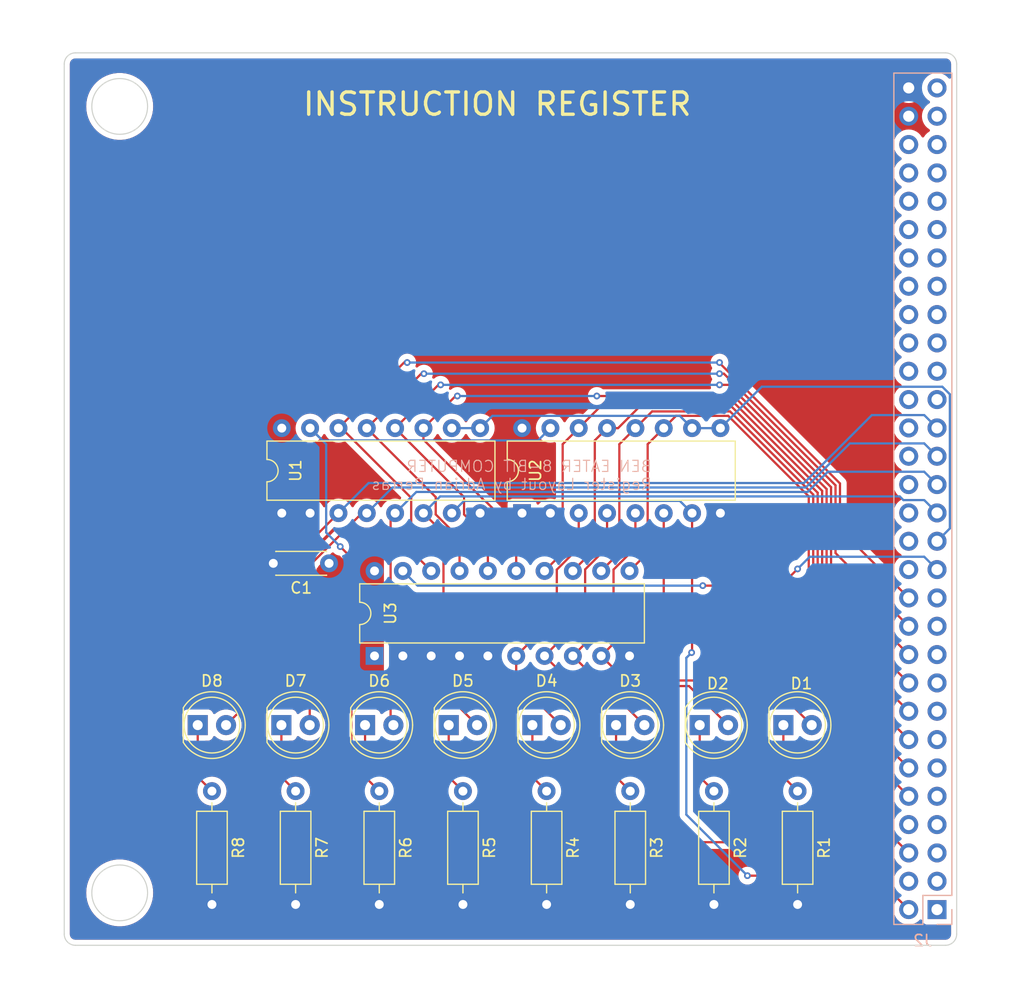
<source format=kicad_pcb>
(kicad_pcb (version 20240108) (generator "pcbnew") (generator_version "8.0")
  (layers (0 "F.Cu" signal) (31 "B.Cu" signal) (34 "B.Paste" user) (35 "F.Paste" user) (36 "B.SilkS" user "B.Silkscreen") (37 "F.SilkS" user "F.Silkscreen") (38 "B.Mask" user) (39 "F.Mask" user) (44 "Edge.Cuts" user))
  (net 0 "")
  (net 1 "GND")
  (net 2 "VCC")
  (net 3 "Net-(D1-K)")
  (net 4 "Net-(D1-A)")
  (net 5 "Net-(D2-A)")
  (net 6 "Net-(D2-K)")
  (net 7 "Net-(D3-K)")
  (net 8 "Net-(D3-A)")
  (net 9 "Net-(D4-A)")
  (net 10 "Net-(D4-K)")
  (net 11 "Net-(D5-K)")
  (net 12 "IR_4")
  (net 13 "IR_5")
  (net 14 "Net-(D6-K)")
  (net 15 "Net-(D7-K)")
  (net 16 "IR_6")
  (net 17 "Net-(D8-K)")
  (net 18 "IR_7")
  (net 19 "BUS_2")
  (net 20 "IO'")
  (net 26 "CLR")
  (net 28 "BUS_1")
  (net 29 "BUS_4")
  (net 30 "CLK")
  (net 38 "BUS_7")
  (net 51 "BUS_0")
  (net 54 "BUS_5")
  (net 57 "BUS_3")
  (net 58 "BUS_6")
  (net 65 "II'")
  (footprint "Resistor_THT:R_Axial_DIN0207_L6.3mm_D2.5mm_P10.16mm_Horizontal" (layer "F.Cu") (at 154 145.92 -90)
    (property "Reference" "R2" (at 5.08 -2.37 90) (layer "F.SilkS"))
    (property "Value" "R_220")
    (fp_line (start 1.81 1.37) (end 8.35 1.37) (stroke (width 0.12)) (layer "F.SilkS"))
    (fp_line (start 8.35 1.37) (end 8.35 -1.37) (stroke (width 0.12)) (layer "F.SilkS"))
    (fp_line (start 1.04 0) (end 1.81 0) (stroke (width 0.12)) (layer "F.SilkS"))
    (fp_line (start 9.12 0) (end 8.35 0) (stroke (width 0.12)) (layer "F.SilkS"))
    (fp_line (start 1.81 -1.37) (end 1.81 1.37) (stroke (width 0.12)) (layer "F.SilkS"))
    (fp_line (start 8.35 -1.37) (end 1.81 -1.37) (stroke (width 0.12)) (layer "F.SilkS"))
    (pad "1" thru_hole circle (at 0 0 270) (size 1.6 1.6) (drill 0.8) (layers "*.Cu" "*.Mask") (net 6 "Net-(D2-K)"))
    (pad "2" thru_hole oval (at 10.16 0 270) (size 1.6 1.6) (drill 0.8) (layers "*.Cu" "*.Mask") (net 1 "GND"))
  )
  (footprint "LED_THT:LED_D5.0mm" (layer "F.Cu") (at 137.725 140)
    (property "Reference" "D4" (at 1.27 -3.96 0) (layer "F.SilkS"))
    (property "Value" "LED_YELLOW")
    (fp_line (start -1.29 -1.545) (end -1.29 1.545) (stroke (width 0.12)) (layer "F.SilkS"))
    (fp_arc (start -1.29 -1.54483) (mid 2.072002 -2.880433) (end 4.26 0.000462) (stroke (width 0.12)) (layer "F.SilkS"))
    (fp_arc (start 4.26 -0.000462) (mid 2.072002 2.880433) (end -1.29 1.54483) (stroke (width 0.12)) (layer "F.SilkS"))
    (fp_circle (center 1.27 0) (end 3.77 0) (stroke (width 0.12)) (fill none) (layer "F.SilkS"))
    (pad "1" thru_hole rect (at 0 0) (size 1.8 1.8) (drill 0.9) (layers "*.Cu" "*.Mask") (net 10 "Net-(D4-K)"))
    (pad "2" thru_hole circle (at 2.54 0) (size 1.8 1.8) (drill 0.9) (layers "*.Cu" "*.Mask") (net 9 "Net-(D4-A)"))
  )
  (footprint "Package_DIP:DIP-16_W7.62mm" (layer "F.Cu") (at 115.26 121 90)
    (property "Reference" "U1" (at 3.81 1.24 90) (layer "F.SilkS"))
    (property "Value" "74LS173")
    (fp_line (start 6.46 -1.33) (end 4.81 -1.33) (stroke (width 0.12)) (layer "F.SilkS"))
    (fp_line (start 2.81 -1.33) (end 1.16 -1.33) (stroke (width 0.12)) (layer "F.SilkS"))
    (fp_line (start 1.16 -1.33) (end 1.16 19.11) (stroke (width 0.12)) (layer "F.SilkS"))
    (fp_line (start 6.46 19.11) (end 6.46 -1.33) (stroke (width 0.12)) (layer "F.SilkS"))
    (fp_line (start 1.16 19.11) (end 6.46 19.11) (stroke (width 0.12)) (layer "F.SilkS"))
    (fp_arc (start 4.81 -1.33) (mid 3.81 -0.33) (end 2.81 -1.33) (stroke (width 0.12)) (layer "F.SilkS"))
    (pad "1" thru_hole rect (at 0 0 90) (size 1.6 1.6) (drill 0.8) (layers "*.Cu" "*.Mask") (net 1 "GND"))
    (pad "2" thru_hole oval (at 0 2.54 90) (size 1.6 1.6) (drill 0.8) (layers "*.Cu" "*.Mask") (net 1 "GND"))
    (pad "3" thru_hole oval (at 0 5.08 90) (size 1.6 1.6) (drill 0.8) (layers "*.Cu" "*.Mask") (net 18 "IR_7"))
    (pad "4" thru_hole oval (at 0 7.62 90) (size 1.6 1.6) (drill 0.8) (layers "*.Cu" "*.Mask") (net 16 "IR_6"))
    (pad "5" thru_hole oval (at 0 10.16 90) (size 1.6 1.6) (drill 0.8) (layers "*.Cu" "*.Mask") (net 13 "IR_5"))
    (pad "6" thru_hole oval (at 0 12.7 90) (size 1.6 1.6) (drill 0.8) (layers "*.Cu" "*.Mask") (net 12 "IR_4"))
    (pad "7" thru_hole oval (at 0 15.24 90) (size 1.6 1.6) (drill 0.8) (layers "*.Cu" "*.Mask") (net 30 "CLK"))
    (pad "8" thru_hole oval (at 0 17.78 90) (size 1.6 1.6) (drill 0.8) (layers "*.Cu" "*.Mask") (net 1 "GND"))
    (pad "9" thru_hole oval (at 7.62 17.78 90) (size 1.6 1.6) (drill 0.8) (layers "*.Cu" "*.Mask") (net 65 "II'"))
    (pad "10" thru_hole oval (at 7.62 15.24 90) (size 1.6 1.6) (drill 0.8) (layers "*.Cu" "*.Mask") (net 65 "II'"))
    (pad "11" thru_hole oval (at 7.62 12.7 90) (size 1.6 1.6) (drill 0.8) (layers "*.Cu" "*.Mask") (net 29 "BUS_4"))
    (pad "12" thru_hole oval (at 7.62 10.16 90) (size 1.6 1.6) (drill 0.8) (layers "*.Cu" "*.Mask") (net 54 "BUS_5"))
    (pad "13" thru_hole oval (at 7.62 7.62 90) (size 1.6 1.6) (drill 0.8) (layers "*.Cu" "*.Mask") (net 58 "BUS_6"))
    (pad "14" thru_hole oval (at 7.62 5.08 90) (size 1.6 1.6) (drill 0.8) (layers "*.Cu" "*.Mask") (net 38 "BUS_7"))
    (pad "15" thru_hole oval (at 7.62 2.54 90) (size 1.6 1.6) (drill 0.8) (layers "*.Cu" "*.Mask") (net 26 "CLR"))
    (pad "16" thru_hole oval (at 7.62 0 90) (size 1.6 1.6) (drill 0.8) (layers "*.Cu" "*.Mask") (net 2 "VCC"))
  )
  (footprint "LED_THT:LED_D5.0mm" (layer "F.Cu") (at 130.225 140)
    (property "Reference" "D5" (at 1.27 -3.96 0) (layer "F.SilkS"))
    (property "Value" "LED_YELLOW")
    (fp_line (start -1.29 -1.545) (end -1.29 1.545) (stroke (width 0.12)) (layer "F.SilkS"))
    (fp_arc (start -1.29 -1.54483) (mid 2.072002 -2.880433) (end 4.26 0.000462) (stroke (width 0.12)) (layer "F.SilkS"))
    (fp_arc (start 4.26 -0.000462) (mid 2.072002 2.880433) (end -1.29 1.54483) (stroke (width 0.12)) (layer "F.SilkS"))
    (fp_circle (center 1.27 0) (end 3.77 0) (stroke (width 0.12)) (fill none) (layer "F.SilkS"))
    (pad "1" thru_hole rect (at 0 0) (size 1.8 1.8) (drill 0.9) (layers "*.Cu" "*.Mask") (net 11 "Net-(D5-K)"))
    (pad "2" thru_hole circle (at 2.54 0) (size 1.8 1.8) (drill 0.9) (layers "*.Cu" "*.Mask") (net 12 "IR_4"))
  )
  (footprint "Resistor_THT:R_Axial_DIN0207_L6.3mm_D2.5mm_P10.16mm_Horizontal" (layer "F.Cu") (at 131.5 145.92 -90)
    (property "Reference" "R5" (at 5.08 -2.37 90) (layer "F.SilkS"))
    (property "Value" "R_220")
    (fp_line (start 1.81 1.37) (end 8.35 1.37) (stroke (width 0.12)) (layer "F.SilkS"))
    (fp_line (start 8.35 1.37) (end 8.35 -1.37) (stroke (width 0.12)) (layer "F.SilkS"))
    (fp_line (start 1.04 0) (end 1.81 0) (stroke (width 0.12)) (layer "F.SilkS"))
    (fp_line (start 9.12 0) (end 8.35 0) (stroke (width 0.12)) (layer "F.SilkS"))
    (fp_line (start 1.81 -1.37) (end 1.81 1.37) (stroke (width 0.12)) (layer "F.SilkS"))
    (fp_line (start 8.35 -1.37) (end 1.81 -1.37) (stroke (width 0.12)) (layer "F.SilkS"))
    (pad "1" thru_hole circle (at 0 0 270) (size 1.6 1.6) (drill 0.8) (layers "*.Cu" "*.Mask") (net 11 "Net-(D5-K)"))
    (pad "2" thru_hole oval (at 10.16 0 270) (size 1.6 1.6) (drill 0.8) (layers "*.Cu" "*.Mask") (net 1 "GND"))
  )
  (footprint "LED_THT:LED_D5.0mm" (layer "F.Cu") (at 160.225 140)
    (property "Reference" "D1" (at 1.62 -3.72 0) (layer "F.SilkS"))
    (property "Value" "LED_YELLOW")
    (fp_line (start -1.29 -1.545) (end -1.29 1.545) (stroke (width 0.12)) (layer "F.SilkS"))
    (fp_arc (start -1.29 -1.54483) (mid 2.072002 -2.880433) (end 4.26 0.000462) (stroke (width 0.12)) (layer "F.SilkS"))
    (fp_arc (start 4.26 -0.000462) (mid 2.072002 2.880433) (end -1.29 1.54483) (stroke (width 0.12)) (layer "F.SilkS"))
    (fp_circle (center 1.27 0) (end 3.77 0) (stroke (width 0.12)) (fill none) (layer "F.SilkS"))
    (pad "1" thru_hole rect (at 0 0) (size 1.8 1.8) (drill 0.9) (layers "*.Cu" "*.Mask") (net 3 "Net-(D1-K)"))
    (pad "2" thru_hole circle (at 2.54 0) (size 1.8 1.8) (drill 0.9) (layers "*.Cu" "*.Mask") (net 4 "Net-(D1-A)"))
  )
  (footprint "LED_THT:LED_D5.0mm" (layer "F.Cu") (at 122.725 140)
    (property "Reference" "D6" (at 1.27 -3.96 0) (layer "F.SilkS"))
    (property "Value" "LED_YELLOW")
    (fp_line (start -1.29 -1.545) (end -1.29 1.545) (stroke (width 0.12)) (layer "F.SilkS"))
    (fp_arc (start -1.29 -1.54483) (mid 2.072002 -2.880433) (end 4.26 0.000462) (stroke (width 0.12)) (layer "F.SilkS"))
    (fp_arc (start 4.26 -0.000462) (mid 2.072002 2.880433) (end -1.29 1.54483) (stroke (width 0.12)) (layer "F.SilkS"))
    (fp_circle (center 1.27 0) (end 3.77 0) (stroke (width 0.12)) (fill none) (layer "F.SilkS"))
    (pad "1" thru_hole rect (at 0 0) (size 1.8 1.8) (drill 0.9) (layers "*.Cu" "*.Mask") (net 14 "Net-(D6-K)"))
    (pad "2" thru_hole circle (at 2.54 0) (size 1.8 1.8) (drill 0.9) (layers "*.Cu" "*.Mask") (net 13 "IR_5"))
  )
  (footprint "LED_THT:LED_D5.0mm" (layer "F.Cu") (at 145.225 140)
    (property "Reference" "D3" (at 1.27 -3.96 0) (layer "F.SilkS"))
    (property "Value" "LED_YELLOW")
    (fp_line (start -1.29 -1.545) (end -1.29 1.545) (stroke (width 0.12)) (layer "F.SilkS"))
    (fp_arc (start -1.29 -1.54483) (mid 2.072002 -2.880433) (end 4.26 0.000462) (stroke (width 0.12)) (layer "F.SilkS"))
    (fp_arc (start 4.26 -0.000462) (mid 2.072002 2.880433) (end -1.29 1.54483) (stroke (width 0.12)) (layer "F.SilkS"))
    (fp_circle (center 1.27 0) (end 3.77 0) (stroke (width 0.12)) (fill none) (layer "F.SilkS"))
    (pad "1" thru_hole rect (at 0 0) (size 1.8 1.8) (drill 0.9) (layers "*.Cu" "*.Mask") (net 7 "Net-(D3-K)"))
    (pad "2" thru_hole circle (at 2.54 0) (size 1.8 1.8) (drill 0.9) (layers "*.Cu" "*.Mask") (net 8 "Net-(D3-A)"))
  )
  (footprint "Package_DIP:DIP-20_W7.62mm" (layer "F.Cu") (at 123.575 133.8 90)
    (property "Reference" "U3" (at 3.81 1.425 90) (layer "F.SilkS"))
    (property "Value" "74LS245")
    (fp_line (start 6.46 -1.33) (end 4.81 -1.33) (stroke (width 0.12)) (layer "F.SilkS"))
    (fp_line (start 2.81 -1.33) (end 1.16 -1.33) (stroke (width 0.12)) (layer "F.SilkS"))
    (fp_line (start 1.16 -1.33) (end 1.16 24.19) (stroke (width 0.12)) (layer "F.SilkS"))
    (fp_line (start 6.46 24.19) (end 6.46 -1.33) (stroke (width 0.12)) (layer "F.SilkS"))
    (fp_line (start 1.16 24.19) (end 6.46 24.19) (stroke (width 0.12)) (layer "F.SilkS"))
    (fp_arc (start 4.81 -1.33) (mid 3.81 -0.33) (end 2.81 -1.33) (stroke (width 0.12)) (layer "F.SilkS"))
    (pad "1" thru_hole rect (at 0 0 90) (size 1.6 1.6) (drill 0.8) (layers "*.Cu" "*.Mask") (net 2 "VCC"))
    (pad "2" thru_hole oval (at 0 2.54 90) (size 1.6 1.6) (drill 0.8) (layers "*.Cu" "*.Mask") (net 1 "GND"))
    (pad "3" thru_hole oval (at 0 5.08 90) (size 1.6 1.6) (drill 0.8) (layers "*.Cu" "*.Mask") (net 1 "GND"))
    (pad "4" thru_hole oval (at 0 7.62 90) (size 1.6 1.6) (drill 0.8) (layers "*.Cu" "*.Mask") (net 1 "GND"))
    (pad "5" thru_hole oval (at 0 10.16 90) (size 1.6 1.6) (drill 0.8) (layers "*.Cu" "*.Mask") (net 1 "GND"))
    (pad "6" thru_hole oval (at 0 12.7 90) (size 1.6 1.6) (drill 0.8) (layers "*.Cu" "*.Mask") (net 9 "Net-(D4-A)"))
    (pad "7" thru_hole oval (at 0 15.24 90) (size 1.6 1.6) (drill 0.8) (layers "*.Cu" "*.Mask") (net 8 "Net-(D3-A)"))
    (pad "8" thru_hole oval (at 0 17.78 90) (size 1.6 1.6) (drill 0.8) (layers "*.Cu" "*.Mask") (net 5 "Net-(D2-A)"))
    (pad "9" thru_hole oval (at 0 20.32 90) (size 1.6 1.6) (drill 0.8) (layers "*.Cu" "*.Mask") (net 4 "Net-(D1-A)"))
    (pad "10" thru_hole oval (at 0 22.86 90) (size 1.6 1.6) (drill 0.8) (layers "*.Cu" "*.Mask") (net 1 "GND"))
    (pad "11" thru_hole oval (at 7.62 22.86 90) (size 1.6 1.6) (drill 0.8) (layers "*.Cu" "*.Mask") (net 51 "BUS_0"))
    (pad "12" thru_hole oval (at 7.62 20.32 90) (size 1.6 1.6) (drill 0.8) (layers "*.Cu" "*.Mask") (net 28 "BUS_1"))
    (pad "13" thru_hole oval (at 7.62 17.78 90) (size 1.6 1.6) (drill 0.8) (layers "*.Cu" "*.Mask") (net 19 "BUS_2"))
    (pad "14" thru_hole oval (at 7.62 15.24 90) (size 1.6 1.6) (drill 0.8) (layers "*.Cu" "*.Mask") (net 57 "BUS_3"))
    (pad "15" thru_hole oval (at 7.62 12.7 90) (size 1.6 1.6) (drill 0.8) (layers "*.Cu" "*.Mask") (net 29 "BUS_4"))
    (pad "16" thru_hole oval (at 7.62 10.16 90) (size 1.6 1.6) (drill 0.8) (layers "*.Cu" "*.Mask") (net 54 "BUS_5"))
    (pad "17" thru_hole oval (at 7.62 7.62 90) (size 1.6 1.6) (drill 0.8) (layers "*.Cu" "*.Mask") (net 58 "BUS_6"))
    (pad "18" thru_hole oval (at 7.62 5.08 90) (size 1.6 1.6) (drill 0.8) (layers "*.Cu" "*.Mask") (net 38 "BUS_7"))
    (pad "19" thru_hole oval (at 7.62 2.54 90) (size 1.6 1.6) (drill 0.8) (layers "*.Cu" "*.Mask") (net 20 "IO'"))
    (pad "20" thru_hole oval (at 7.62 0 90) (size 1.6 1.6) (drill 0.8) (layers "*.Cu" "*.Mask") (net 2 "VCC"))
  )
  (footprint "LED_THT:LED_D5.0mm" (layer "F.Cu") (at 152.725 140)
    (property "Reference" "D2" (at 1.62 -3.72 0) (layer "F.SilkS"))
    (property "Value" "LED_YELLOW")
    (fp_line (start -1.29 -1.545) (end -1.29 1.545) (stroke (width 0.12)) (layer "F.SilkS"))
    (fp_arc (start -1.29 -1.54483) (mid 2.072002 -2.880433) (end 4.26 0.000462) (stroke (width 0.12)) (layer "F.SilkS"))
    (fp_arc (start 4.26 -0.000462) (mid 2.072002 2.880433) (end -1.29 1.54483) (stroke (width 0.12)) (layer "F.SilkS"))
    (fp_circle (center 1.27 0) (end 3.77 0) (stroke (width 0.12)) (fill none) (layer "F.SilkS"))
    (pad "1" thru_hole rect (at 0 0) (size 1.8 1.8) (drill 0.9) (layers "*.Cu" "*.Mask") (net 6 "Net-(D2-K)"))
    (pad "2" thru_hole circle (at 2.54 0) (size 1.8 1.8) (drill 0.9) (layers "*.Cu" "*.Mask") (net 5 "Net-(D2-A)"))
  )
  (footprint "Resistor_THT:R_Axial_DIN0207_L6.3mm_D2.5mm_P10.16mm_Horizontal" (layer "F.Cu") (at 139 145.92 -90)
    (property "Reference" "R4" (at 5.08 -2.37 90) (layer "F.SilkS"))
    (property "Value" "R_220")
    (fp_line (start 1.81 1.37) (end 8.35 1.37) (stroke (width 0.12)) (layer "F.SilkS"))
    (fp_line (start 8.35 1.37) (end 8.35 -1.37) (stroke (width 0.12)) (layer "F.SilkS"))
    (fp_line (start 1.04 0) (end 1.81 0) (stroke (width 0.12)) (layer "F.SilkS"))
    (fp_line (start 9.12 0) (end 8.35 0) (stroke (width 0.12)) (layer "F.SilkS"))
    (fp_line (start 1.81 -1.37) (end 1.81 1.37) (stroke (width 0.12)) (layer "F.SilkS"))
    (fp_line (start 8.35 -1.37) (end 1.81 -1.37) (stroke (width 0.12)) (layer "F.SilkS"))
    (pad "1" thru_hole circle (at 0 0 270) (size 1.6 1.6) (drill 0.8) (layers "*.Cu" "*.Mask") (net 10 "Net-(D4-K)"))
    (pad "2" thru_hole oval (at 10.16 0 270) (size 1.6 1.6) (drill 0.8) (layers "*.Cu" "*.Mask") (net 1 "GND"))
  )
  (footprint "Resistor_THT:R_Axial_DIN0207_L6.3mm_D2.5mm_P10.16mm_Horizontal" (layer "F.Cu") (at 109 145.92 -90)
    (property "Reference" "R8" (at 5.08 -2.37 90) (layer "F.SilkS"))
    (property "Value" "R_220")
    (fp_line (start 1.81 1.37) (end 8.35 1.37) (stroke (width 0.12)) (layer "F.SilkS"))
    (fp_line (start 8.35 1.37) (end 8.35 -1.37) (stroke (width 0.12)) (layer "F.SilkS"))
    (fp_line (start 1.04 0) (end 1.81 0) (stroke (width 0.12)) (layer "F.SilkS"))
    (fp_line (start 9.12 0) (end 8.35 0) (stroke (width 0.12)) (layer "F.SilkS"))
    (fp_line (start 1.81 -1.37) (end 1.81 1.37) (stroke (width 0.12)) (layer "F.SilkS"))
    (fp_line (start 8.35 -1.37) (end 1.81 -1.37) (stroke (width 0.12)) (layer "F.SilkS"))
    (pad "1" thru_hole circle (at 0 0 270) (size 1.6 1.6) (drill 0.8) (layers "*.Cu" "*.Mask") (net 17 "Net-(D8-K)"))
    (pad "2" thru_hole oval (at 10.16 0 270) (size 1.6 1.6) (drill 0.8) (layers "*.Cu" "*.Mask") (net 1 "GND"))
  )
  (footprint "Resistor_THT:R_Axial_DIN0207_L6.3mm_D2.5mm_P10.16mm_Horizontal" (layer "F.Cu") (at 161.5 145.92 -90)
    (property "Reference" "R1" (at 5.08 -2.37 90) (layer "F.SilkS"))
    (property "Value" "R_220")
    (fp_line (start 1.81 1.37) (end 8.35 1.37) (stroke (width 0.12)) (layer "F.SilkS"))
    (fp_line (start 8.35 1.37) (end 8.35 -1.37) (stroke (width 0.12)) (layer "F.SilkS"))
    (fp_line (start 1.04 0) (end 1.81 0) (stroke (width 0.12)) (layer "F.SilkS"))
    (fp_line (start 9.12 0) (end 8.35 0) (stroke (width 0.12)) (layer "F.SilkS"))
    (fp_line (start 1.81 -1.37) (end 1.81 1.37) (stroke (width 0.12)) (layer "F.SilkS"))
    (fp_line (start 8.35 -1.37) (end 1.81 -1.37) (stroke (width 0.12)) (layer "F.SilkS"))
    (pad "1" thru_hole circle (at 0 0 270) (size 1.6 1.6) (drill 0.8) (layers "*.Cu" "*.Mask") (net 3 "Net-(D1-K)"))
    (pad "2" thru_hole oval (at 10.16 0 270) (size 1.6 1.6) (drill 0.8) (layers "*.Cu" "*.Mask") (net 1 "GND"))
  )
  (footprint "8_Bit_CPU_Bus_Header:8_Bit_CPU_Bus_PinSocket_Bottom_Side" (layer "F.Cu") (at 172.73 156.54 180)
    (property "Reference" "J2" (at 0 -2.77 360) (layer "B.SilkS") (effects (justify mirror)))
    (property "Value" "Conn_02x30_8-Bit_CPU")
    (fp_line (start 2.6 74.99) (end 2.6 -1.33) (stroke (width 0.12)) (layer "B.SilkS"))
    (fp_line (start 0 1.27) (end 0 -1.33) (stroke (width 0.12)) (layer "B.SilkS"))
    (fp_line (start 0 -1.33) (end 2.6 -1.33) (stroke (width 0.12)) (layer "B.SilkS"))
    (fp_line (start -2.6 74.99) (end 2.6 74.99) (stroke (width 0.12)) (layer "B.SilkS"))
    (fp_line (start -2.6 74.99) (end -2.6 1.27) (stroke (width 0.12)) (layer "B.SilkS"))
    (fp_line (start -2.6 1.27) (end 0 1.27) (stroke (width 0.12)) (layer "B.SilkS"))
    (fp_line (start -2.6 0) (end -2.6 -1.33) (stroke (width 0.12)) (layer "B.SilkS"))
    (fp_line (start -2.6 -1.33) (end -1.27 -1.33) (stroke (width 0.12)) (layer "B.SilkS"))
    (fp_line (start 76.97 -2.2) (end 76.97 75.8) (stroke (width 0.1)) (layer "Edge.Cuts"))
    (fp_line (start 75.97 76.8) (end -2.03 76.8) (stroke (width 0.1)) (layer "Edge.Cuts"))
    (fp_line (start -2.03 -3.2) (end 75.97 -3.2) (stroke (width 0.1)) (layer "Edge.Cuts"))
    (fp_line (start -3.03 75.8) (end -3.03 -2.2) (stroke (width 0.1)) (layer "Edge.Cuts"))
    (fp_arc (start 76.97 75.8) (mid 76.677107 76.507107) (end 75.97 76.8) (stroke (width 0.1)) (layer "Edge.Cuts"))
    (fp_arc (start 75.97 -3.2) (mid 76.677107 -2.907107) (end 76.97 -2.2) (stroke (width 0.1)) (layer "Edge.Cuts"))
    (fp_arc (start -2.03 76.8) (mid -2.737107 76.507107) (end -3.03 75.8) (stroke (width 0.1)) (layer "Edge.Cuts"))
    (fp_arc (start -3.03 -2.2) (mid -2.737107 -2.907107) (end -2.03 -3.2) (stroke (width 0.1)) (layer "Edge.Cuts"))
    (fp_circle (center 72 72) (end 74.5 72) (stroke (width 0.1)) (fill none) (layer "Edge.Cuts"))
    (fp_circle (center 72 1.5) (end 74.5 1.5) (stroke (width 0.1)) (fill none) (layer "Edge.Cuts"))
    (pad "1" thru_hole rect (at -1.27 0 180) (size 1.7 1.7) (drill 1) (layers "*.Cu" "*.Mask"))
    (pad "2" thru_hole oval (at 1.27 0 180) (size 1.7 1.7) (drill 1) (layers "*.Cu" "*.Mask") (net 30 "CLK"))
    (pad "3" thru_hole oval (at -1.27 2.54 180) (size 1.7 1.7) (drill 1) (layers "*.Cu" "*.Mask"))
    (pad "4" thru_hole oval (at 1.27 2.54 180) (size 1.7 1.7) (drill 1) (layers "*.Cu" "*.Mask"))
    (pad "5" thru_hole oval (at -1.27 5.08 180) (size 1.7 1.7) (drill 1) (layers "*.Cu" "*.Mask"))
    (pad "6" thru_hole oval (at 1.27 5.08 180) (size 1.7 1.7) (drill 1) (layers "*.Cu" "*.Mask") (net 26 "CLR"))
    (pad "7" thru_hole oval (at -1.27 7.62 180) (size 1.7 1.7) (drill 1) (layers "*.Cu" "*.Mask"))
    (pad "8" thru_hole oval (at 1.27 7.62 180) (size 1.7 1.7) (drill 1) (layers "*.Cu" "*.Mask"))
    (pad "9" thru_hole oval (at -1.27 10.16 180) (size 1.7 1.7) (drill 1) (layers "*.Cu" "*.Mask"))
    (pad "10" thru_hole oval (at 1.27 10.16 180) (size 1.7 1.7) (drill 1) (layers "*.Cu" "*.Mask") (net 51 "BUS_0"))
    (pad "11" thru_hole oval (at -1.27 12.7 180) (size 1.7 1.7) (drill 1) (layers "*.Cu" "*.Mask"))
    (pad "12" thru_hole oval (at 1.27 12.7 180) (size 1.7 1.7) (drill 1) (layers "*.Cu" "*.Mask") (net 28 "BUS_1"))
    (pad "13" thru_hole oval (at -1.27 15.24 180) (size 1.7 1.7) (drill 1) (layers "*.Cu" "*.Mask"))
    (pad "14" thru_hole oval (at 1.27 15.24 180) (size 1.7 1.7) (drill 1) (layers "*.Cu" "*.Mask") (net 19 "BUS_2"))
    (pad "15" thru_hole oval (at -1.27 17.78 180) (size 1.7 1.7) (drill 1) (layers "*.Cu" "*.Mask"))
    (pad "16" thru_hole oval (at 1.27 17.78 180) (size 1.7 1.7) (drill 1) (layers "*.Cu" "*.Mask") (net 57 "BUS_3"))
    (pad "17" thru_hole oval (at -1.27 20.32 180) (size 1.7 1.7) (drill 1) (layers "*.Cu" "*.Mask"))
    (pad "18" thru_hole oval (at 1.27 20.32 180) (size 1.7 1.7) (drill 1) (layers "*.Cu" "*.Mask") (net 29 "BUS_4"))
    (pad "19" thru_hole oval (at -1.27 22.86 180) (size 1.7 1.7) (drill 1) (layers "*.Cu" "*.Mask"))
    (pad "20" thru_hole oval (at 1.27 22.86 180) (size 1.7 1.7) (drill 1) (layers "*.Cu" "*.Mask") (net 54 "BUS_5"))
    (pad "21" thru_hole oval (at -1.27 25.4 180) (size 1.7 1.7) (drill 1) (layers "*.Cu" "*.Mask"))
    (pad "22" thru_hole oval (at 1.27 25.4 180) (size 1.7 1.7) (drill 1) (layers "*.Cu" "*.Mask") (net 58 "BUS_6"))
    (pad "23" thru_hole oval (at -1.27 27.94 180) (size 1.7 1.7) (drill 1) (layers "*.Cu" "*.Mask"))
    (pad "24" thru_hole oval (at 1.27 27.94 180) (size 1.7 1.7) (drill 1) (layers "*.Cu" "*.Mask") (net 38 "BUS_7"))
    (pad "25" thru_hole oval (at -1.27 30.48 180) (size 1.7 1.7) (drill 1) (layers "*.Cu" "*.Mask") (net 20 "IO'"))
    (pad "26" thru_hole oval (at 1.27 30.48 180) (size 1.7 1.7) (drill 1) (layers "*.Cu" "*.Mask"))
    (pad "27" thru_hole oval (at -1.27 33.02 180) (size 1.7 1.7) (drill 1) (layers "*.Cu" "*.Mask") (net 65 "II'"))
    (pad "28" thru_hole oval (at 1.27 33.02 180) (size 1.7 1.7) (drill 1) (layers "*.Cu" "*.Mask"))
    (pad "29" thru_hole oval (at -1.27 35.56 180) (size 1.7 1.7) (drill 1) (layers "*.Cu" "*.Mask") (net 12 "IR_4"))
    (pad "30" thru_hole oval (at 1.27 35.56 180) (size 1.7 1.7) (drill 1) (layers "*.Cu" "*.Mask"))
    (pad "31" thru_hole oval (at -1.27 38.1 180) (size 1.7 1.7) (drill 1) (layers "*.Cu" "*.Mask") (net 13 "IR_5"))
    (pad "32" thru_hole oval (at 1.27 38.1 180) (size 1.7 1.7) (drill 1) (layers "*.Cu" "*.Mask"))
    (pad "33" thru_hole oval (at -1.27 40.64 180) (size 1.7 1.7) (drill 1) (layers "*.Cu" "*.Mask") (net 16 "IR_6"))
    (pad "34" thru_hole oval (at 1.27 40.64 180) (size 1.7 1.7) (drill 1) (layers "*.Cu" "*.Mask"))
    (pad "35" thru_hole oval (at -1.27 43.18 180) (size 1.7 1.7) (drill 1) (layers "*.Cu" "*.Mask") (net 18 "IR_7"))
    (pad "36" thru_hole oval (at 1.27 43.18 180) (size 1.7 1.7) (drill 1) (layers "*.Cu" "*.Mask"))
    (pad "37" thru_hole oval (at -1.27 45.72 180) (size 1.7 1.7) (drill 1) (layers "*.Cu" "*.Mask"))
    (pad "38" thru_hole oval (at 1.27 45.72 180) (size 1.7 1.7) (drill 1) (layers "*.Cu" "*.Mask"))
    (pad "39" thru_hole oval (at -1.27 48.26 180) (size 1.7 1.7) (drill 1) (layers "*.Cu" "*.Mask"))
    (pad "40" thru_hole oval (at 1.27 48.26 180) (size 1.7 1.7) (drill 1) (layers "*.Cu" "*.Mask"))
    (pad "41" thru_hole oval (at -1.27 50.8 180) (size 1.7 1.7) (drill 1) (layers "*.Cu" "*.Mask"))
    (pad "42" thru_hole oval (at 1.27 50.8 180) (size 1.7 1.7) (drill 1) (layers "*.Cu" "*.Mask"))
    (pad "43" thru_hole oval (at -1.27 53.34 180) (size 1.7 1.7) (drill 1) (layers "*.Cu" "*.Mask"))
    (pad "44" thru_hole oval (at 1.27 53.34 180) (size 1.7 1.7) (drill 1) (layers "*.Cu" "*.Mask"))
    (pad "45" thru_hole oval (at -1.27 55.88 180) (size 1.7 1.7) (drill 1) (layers "*.Cu" "*.Mask"))
    (pad "46" thru_hole oval (at 1.27 55.88 180) (size 1.7 1.7) (drill 1) (layers "*.Cu" "*.Mask"))
    (pad "47" thru_hole oval (at -1.27 58.42 180) (size 1.7 1.7) (drill 1) (layers "*.Cu" "*.Mask"))
    (pad "48" thru_hole oval (at 1.27 58.42 180) (size 1.7 1.7) (drill 1) (layers "*.Cu" "*.Mask"))
    (pad "49" thru_hole oval (at -1.27 60.96 180) (size 1.7 1.7) (drill 1) (layers "*.Cu" "*.Mask"))
    (pad "50" thru_hole oval (at 1.27 60.96 180) (size 1.7 1.7) (drill 1) (layers "*.Cu" "*.Mask"))
    (pad "51" thru_hole oval (at -1.27 63.5 180) (size 1.7 1.7) (drill 1) (layers "*.Cu" "*.Mask"))
    (pad "52" thru_hole oval (at 1.27 63.5 180) (size 1.7 1.7) (drill 1) (layers "*.Cu" "*.Mask"))
    (pad "53" thru_hole oval (at -1.27 66.04 180) (size 1.7 1.7) (drill 1) (layers "*.Cu" "*.Mask"))
    (pad "54" thru_hole oval (at 1.27 66.04 180) (size 1.7 1.7) (drill 1) (layers "*.Cu" "*.Mask"))
    (pad "55" thru_hole oval (at -1.27 68.58 180) (size 1.7 1.7) (drill 1) (layers "*.Cu" "*.Mask"))
    (pad "56" thru_hole oval (at 1.27 68.58 180) (size 1.7 1.7) (drill 1) (layers "*.Cu" "*.Mask"))
    (pad "57" thru_hole oval (at -1.27 71.12 180) (size 1.7 1.7) (drill 1) (layers "*.Cu" "*.Mask"))
    (pad "58" thru_hole oval (at 1.27 71.12 180) (size 1.7 1.7) (drill 1) (layers "*.Cu" "*.Mask") (net 2 "VCC"))
    (pad "59" thru_hole oval (at -1.27 73.66 180) (size 1.7 1.7) (drill 1) (layers "*.Cu" "*.Mask"))
    (pad "60" thru_hole oval (at 1.27 73.66 180) (size 1.7 1.7) (drill 1) (layers "*.Cu" "*.Mask") (net 1 "GND"))
  )
  (footprint "LED_THT:LED_D5.0mm" (layer "F.Cu") (at 115.225 140)
    (property "Reference" "D7" (at 1.27 -3.96 0) (layer "F.SilkS"))
    (property "Value" "LED_YELLOW")
    (fp_line (start -1.29 -1.545) (end -1.29 1.545) (stroke (width 0.12)) (layer "F.SilkS"))
    (fp_arc (start -1.29 -1.54483) (mid 2.072002 -2.880433) (end 4.26 0.000462) (stroke (width 0.12)) (layer "F.SilkS"))
    (fp_arc (start 4.26 -0.000462) (mid 2.072002 2.880433) (end -1.29 1.54483) (stroke (width 0.12)) (layer "F.SilkS"))
    (fp_circle (center 1.27 0) (end 3.77 0) (stroke (width 0.12)) (fill none) (layer "F.SilkS"))
    (pad "1" thru_hole rect (at 0 0) (size 1.8 1.8) (drill 0.9) (layers "*.Cu" "*.Mask") (net 15 "Net-(D7-K)"))
    (pad "2" thru_hole circle (at 2.54 0) (size 1.8 1.8) (drill 0.9) (layers "*.Cu" "*.Mask") (net 16 "IR_6"))
  )
  (footprint "LED_THT:LED_D5.0mm" (layer "F.Cu") (at 107.725 140)
    (property "Reference" "D8" (at 1.27 -3.96 0) (layer "F.SilkS"))
    (property "Value" "LED_YELLOW")
    (fp_line (start -1.29 -1.545) (end -1.29 1.545) (stroke (width 0.12)) (layer "F.SilkS"))
    (fp_arc (start -1.29 -1.54483) (mid 2.072002 -2.880433) (end 4.26 0.000462) (stroke (width 0.12)) (layer "F.SilkS"))
    (fp_arc (start 4.26 -0.000462) (mid 2.072002 2.880433) (end -1.29 1.54483) (stroke (width 0.12)) (layer "F.SilkS"))
    (fp_circle (center 1.27 0) (end 3.77 0) (stroke (width 0.12)) (fill none) (layer "F.SilkS"))
    (pad "1" thru_hole rect (at 0 0) (size 1.8 1.8) (drill 0.9) (layers "*.Cu" "*.Mask") (net 17 "Net-(D8-K)"))
    (pad "2" thru_hole circle (at 2.54 0) (size 1.8 1.8) (drill 0.9) (layers "*.Cu" "*.Mask") (net 18 "IR_7"))
  )
  (footprint "Resistor_THT:R_Axial_DIN0207_L6.3mm_D2.5mm_P10.16mm_Horizontal" (layer "F.Cu") (at 146.5 145.92 -90)
    (property "Reference" "R3" (at 5.08 -2.37 90) (layer "F.SilkS"))
    (property "Value" "R_220")
    (fp_line (start 1.81 1.37) (end 8.35 1.37) (stroke (width 0.12)) (layer "F.SilkS"))
    (fp_line (start 8.35 1.37) (end 8.35 -1.37) (stroke (width 0.12)) (layer "F.SilkS"))
    (fp_line (start 1.04 0) (end 1.81 0) (stroke (width 0.12)) (layer "F.SilkS"))
    (fp_line (start 9.12 0) (end 8.35 0) (stroke (width 0.12)) (layer "F.SilkS"))
    (fp_line (start 1.81 -1.37) (end 1.81 1.37) (stroke (width 0.12)) (layer "F.SilkS"))
    (fp_line (start 8.35 -1.37) (end 1.81 -1.37) (stroke (width 0.12)) (layer "F.SilkS"))
    (pad "1" thru_hole circle (at 0 0 270) (size 1.6 1.6) (drill 0.8) (layers "*.Cu" "*.Mask") (net 7 "Net-(D3-K)"))
    (pad "2" thru_hole oval (at 10.16 0 270) (size 1.6 1.6) (drill 0.8) (layers "*.Cu" "*.Mask") (net 1 "GND"))
  )
  (footprint "Package_DIP:DIP-16_W7.62mm" (layer "F.Cu") (at 136.8 121 90)
    (property "Reference" "U2" (at 3.81 1.2 90) (layer "F.SilkS"))
    (property "Value" "74LS173")
    (fp_line (start 6.46 -1.33) (end 4.81 -1.33) (stroke (width 0.12)) (layer "F.SilkS"))
    (fp_line (start 2.81 -1.33) (end 1.16 -1.33) (stroke (width 0.12)) (layer "F.SilkS"))
    (fp_line (start 1.16 -1.33) (end 1.16 19.11) (stroke (width 0.12)) (layer "F.SilkS"))
    (fp_line (start 6.46 19.11) (end 6.46 -1.33) (stroke (width 0.12)) (layer "F.SilkS"))
    (fp_line (start 1.16 19.11) (end 6.46 19.11) (stroke (width 0.12)) (layer "F.SilkS"))
    (fp_arc (start 4.81 -1.33) (mid 3.81 -0.33) (end 2.81 -1.33) (stroke (width 0.12)) (layer "F.SilkS"))
    (pad "1" thru_hole rect (at 0 0 90) (size 1.6 1.6) (drill 0.8) (layers "*.Cu" "*.Mask") (net 1 "GND"))
    (pad "2" thru_hole oval (at 0 2.54 90) (size 1.6 1.6) (drill 0.8) (layers "*.Cu" "*.Mask") (net 1 "GND"))
    (pad "3" thru_hole oval (at 0 5.08 90) (size 1.6 1.6) (drill 0.8) (layers "*.Cu" "*.Mask") (net 9 "Net-(D4-A)"))
    (pad "4" thru_hole oval (at 0 7.62 90) (size 1.6 1.6) (drill 0.8) (layers "*.Cu" "*.Mask") (net 8 "Net-(D3-A)"))
    (pad "5" thru_hole oval (at 0 10.16 90) (size 1.6 1.6) (drill 0.8) (layers "*.Cu" "*.Mask") (net 5 "Net-(D2-A)"))
    (pad "6" thru_hole oval (at 0 12.7 90) (size 1.6 1.6) (drill 0.8) (layers "*.Cu" "*.Mask") (net 4 "Net-(D1-A)"))
    (pad "7" thru_hole oval (at 0 15.24 90) (size 1.6 1.6) (drill 0.8) (layers "*.Cu" "*.Mask") (net 30 "CLK"))
    (pad "8" thru_hole oval (at 0 17.78 90) (size 1.6 1.6) (drill 0.8) (layers "*.Cu" "*.Mask") (net 1 "GND"))
    (pad "9" thru_hole oval (at 7.62 17.78 90) (size 1.6 1.6) (drill 0.8) (layers "*.Cu" "*.Mask") (net 65 "II'"))
    (pad "10" thru_hole oval (at 7.62 15.24 90) (size 1.6 1.6) (drill 0.8) (layers "*.Cu" "*.Mask") (net 65 "II'"))
    (pad "11" thru_hole oval (at 7.62 12.7 90) (size 1.6 1.6) (drill 0.8) (layers "*.Cu" "*.Mask") (net 51 "BUS_0"))
    (pad "12" thru_hole oval (at 7.62 10.16 90) (size 1.6 1.6) (drill 0.8) (layers "*.Cu" "*.Mask") (net 28 "BUS_1"))
    (pad "13" thru_hole oval (at 7.62 7.62 90) (size 1.6 1.6) (drill 0.8) (layers "*.Cu" "*.Mask") (net 19 "BUS_2"))
    (pad "14" thru_hole oval (at 7.62 5.08 90) (size 1.6 1.6) (drill 0.8) (layers "*.Cu" "*.Mask") (net 57 "BUS_3"))
    (pad "15" thru_hole oval (at 7.62 2.54 90) (size 1.6 1.6) (drill 0.8) (layers "*.Cu" "*.Mask") (net 26 "CLR"))
    (pad "16" thru_hole oval (at 7.62 0 90) (size 1.6 1.6) (drill 0.8) (layers "*.Cu" "*.Mask") (net 2 "VCC"))
  )
  (footprint "Capacitor_THT:C_Disc_D4.3mm_W1.9mm_P5.00mm" (layer "F.Cu") (at 119.5 125.5 180)
    (property "Reference" "C1" (at 2.5 -2.2 360) (layer "F.SilkS"))
    (property "Value" "C_0.1UF")
    (fp_line (start 4.77 1.055) (end 4.77 1.07) (stroke (width 0.12)) (layer "F.SilkS"))
    (fp_line (start 4.77 -1.07) (end 4.77 -1.055) (stroke (width 0.12)) (layer "F.SilkS"))
    (fp_line (start 0.23 1.07) (end 4.77 1.07) (stroke (width 0.12)) (layer "F.SilkS"))
    (fp_line (start 0.23 1.055) (end 0.23 1.07) (stroke (width 0.12)) (layer "F.SilkS"))
    (fp_line (start 0.23 -1.07) (end 4.77 -1.07) (stroke (width 0.12)) (layer "F.SilkS"))
    (fp_line (start 0.23 -1.07) (end 0.23 -1.055) (stroke (width 0.12)) (layer "F.SilkS"))
    (pad "1" thru_hole circle (at 0 0 180) (size 1.6 1.6) (drill 0.8) (layers "*.Cu" "*.Mask") (net 2 "VCC"))
    (pad "2" thru_hole circle (at 5 0 180) (size 1.6 1.6) (drill 0.8) (layers "*.Cu" "*.Mask") (net 1 "GND"))
  )
  (footprint "Resistor_THT:R_Axial_DIN0207_L6.3mm_D2.5mm_P10.16mm_Horizontal" (layer "F.Cu") (at 124 145.92 -90)
    (property "Reference" "R6" (at 5.08 -2.37 90) (layer "F.SilkS"))
    (property "Value" "R_220")
    (fp_line (start 1.81 1.37) (end 8.35 1.37) (stroke (width 0.12)) (layer "F.SilkS"))
    (fp_line (start 8.35 1.37) (end 8.35 -1.37) (stroke (width 0.12)) (layer "F.SilkS"))
    (fp_line (start 1.04 0) (end 1.81 0) (stroke (width 0.12)) (layer "F.SilkS"))
    (fp_line (start 9.12 0) (end 8.35 0) (stroke (width 0.12)) (layer "F.SilkS"))
    (fp_line (start 1.81 -1.37) (end 1.81 1.37) (stroke (width 0.12)) (layer "F.SilkS"))
    (fp_line (start 8.35 -1.37) (end 1.81 -1.37) (stroke (width 0.12)) (layer "F.SilkS"))
    (pad "1" thru_hole circle (at 0 0 270) (size 1.6 1.6) (drill 0.8) (layers "*.Cu" "*.Mask") (net 14 "Net-(D6-K)"))
    (pad "2" thru_hole oval (at 10.16 0 270) (size 1.6 1.6) (drill 0.8) (layers "*.Cu" "*.Mask") (net 1 "GND"))
  )
  (footprint "Resistor_THT:R_Axial_DIN0207_L6.3mm_D2.5mm_P10.16mm_Horizontal" (layer "F.Cu") (at 116.5 145.92 -90)
    (property "Reference" "R7" (at 5.08 -2.37 90) (layer "F.SilkS"))
    (property "Value" "R_220")
    (fp_line (start 1.81 1.37) (end 8.35 1.37) (stroke (width 0.12)) (layer "F.SilkS"))
    (fp_line (start 8.35 1.37) (end 8.35 -1.37) (stroke (width 0.12)) (layer "F.SilkS"))
    (fp_line (start 1.04 0) (end 1.81 0) (stroke (width 0.12)) (layer "F.SilkS"))
    (fp_line (start 9.12 0) (end 8.35 0) (stroke (width 0.12)) (layer "F.SilkS"))
    (fp_line (start 1.81 -1.37) (end 1.81 1.37) (stroke (width 0.12)) (layer "F.SilkS"))
    (fp_line (start 8.35 -1.37) (end 1.81 -1.37) (stroke (width 0.12)) (layer "F.SilkS"))
    (pad "1" thru_hole circle (at 0 0 270) (size 1.6 1.6) (drill 0.8) (layers "*.Cu" "*.Mask") (net 15 "Net-(D7-K)"))
    (pad "2" thru_hole oval (at 10.16 0 270) (size 1.6 1.6) (drill 0.8) (layers "*.Cu" "*.Mask") (net 1 "GND"))
  )
  (gr_text "BEN EATER 8-BIT COMPUTER\nRegister Layout by Adrian Perras" (at 148.5 119 0) (layer "B.SilkS") (effects (font (size 1 1) (thickness 0.1)) (justify left bottom mirror)))
  (gr_text "INSTRUCTION REGISTER" (at 117 85.5 0) (layer "F.SilkS") (effects (font (size 2 2) (thickness 0.3)) (justify left bottom)))
  (segment (start 160.225 140) (end 160.225 144.645) (width 0.2) (layer "F.Cu") (net 3))
  (segment (start 160.225 144.645) (end 161.5 145.92) (width 0.2) (layer "F.Cu") (net 3))
  (segment (start 149.5 128.195) (end 149.5 121) (width 0.2) (layer "F.Cu") (net 4))
  (segment (start 158.765 136) (end 162.765 140) (width 0.2) (layer "F.Cu") (net 4))
  (segment (start 143.895 133.8) (end 146.095 136) (width 0.2) (layer "F.Cu") (net 4))
  (segment (start 146.095 136) (end 158.765 136) (width 0.2) (layer "F.Cu") (net 4))
  (segment (start 143.895 133.8) (end 149.5 128.195) (width 0.2) (layer "F.Cu") (net 4))
  (segment (start 145 126.059365) (end 145 130.155) (width 0.2) (layer "F.Cu") (net 5))
  (segment (start 141.355 133.8) (end 144.055 136.5) (width 0.2) (layer "F.Cu") (net 5))
  (segment (start 151.765 136.5) (end 155.265 140) (width 0.2) (layer "F.Cu") (net 5))
  (segment (start 146.96 124.099365) (end 145 126.059365) (width 0.2) (layer "F.Cu") (net 5))
  (segment (start 145 130.155) (end 141.355 133.8) (width 0.2) (layer "F.Cu") (net 5))
  (segment (start 146.96 121) (end 146.96 124.099365) (width 0.2) (layer "F.Cu") (net 5))
  (segment (start 144.055 136.5) (end 151.765 136.5) (width 0.2) (layer "F.Cu") (net 5))
  (segment (start 152.725 140) (end 152.725 144.645) (width 0.2) (layer "F.Cu") (net 6))
  (segment (start 152.725 144.645) (end 154 145.92) (width 0.2) (layer "F.Cu") (net 6))
  (segment (start 145.225 140) (end 145.225 144.645) (width 0.2) (layer "F.Cu") (net 7))
  (segment (start 145.225 144.645) (end 146.5 145.92) (width 0.2) (layer "F.Cu") (net 7))
  (segment (start 144.42 124.08) (end 142.455 126.045) (width 0.2) (layer "F.Cu") (net 8))
  (segment (start 138.815 133.8) (end 142.015 137) (width 0.2) (layer "F.Cu") (net 8))
  (segment (start 144.42 121) (end 144.42 124.08) (width 0.2) (layer "F.Cu") (net 8))
  (segment (start 144.765 137) (end 147.765 140) (width 0.2) (layer "F.Cu") (net 8))
  (segment (start 142.455 130.16) (end 138.815 133.8) (width 0.2) (layer "F.Cu") (net 8))
  (segment (start 142.455 126.045) (end 142.455 130.16) (width 0.2) (layer "F.Cu") (net 8))
  (segment (start 142.015 137) (end 144.765 137) (width 0.2) (layer "F.Cu") (net 8))
  (segment (start 136.275 136.01) (end 140.265 140) (width 0.2) (layer "F.Cu") (net 9))
  (segment (start 141.88 121) (end 141.88 124.099365) (width 0.2) (layer "F.Cu") (net 9))
  (segment (start 141.88 124.099365) (end 139.915 126.064365) (width 0.2) (layer "F.Cu") (net 9))
  (segment (start 139.915 126.064365) (end 139.915 130.16) (width 0.2) (layer "F.Cu") (net 9))
  (segment (start 136.275 133.8) (end 136.275 136.01) (width 0.2) (layer "F.Cu") (net 9))
  (segment (start 139.915 130.16) (end 136.275 133.8) (width 0.2) (layer "F.Cu") (net 9))
  (segment (start 137.725 140) (end 137.725 144.645) (width 0.2) (layer "F.Cu") (net 10))
  (segment (start 137.725 144.645) (end 139 145.92) (width 0.2) (layer "F.Cu") (net 10))
  (segment (start 130.225 144.645) (end 131.5 145.92) (width 0.2) (layer "F.Cu") (net 11))
  (segment (start 130.225 140) (end 130.225 144.645) (width 0.2) (layer "F.Cu") (net 11))
  (segment (start 132.765 140) (end 129.755 136.99) (width 0.2) (layer "F.Cu") (net 12))
  (segment (start 129.755 136.99) (end 129.755 122.795) (width 0.2) (layer "F.Cu") (net 12))
  (segment (start 129.755 122.795) (end 127.96 121) (width 0.2) (layer "F.Cu") (net 12))
  (segment (start 172.85 119.83) (end 174 120.98) (width 0.2) (layer "B.Cu") (net 12))
  (segment (start 170.983654 119.83) (end 172.85 119.83) (width 0.2) (layer "B.Cu") (net 12))
  (segment (start 170.653654 119.5) (end 170.983654 119.83) (width 0.2) (layer "B.Cu") (net 12))
  (segment (start 129.46 119.5) (end 170.653654 119.5) (width 0.2) (layer "B.Cu") (net 12))
  (segment (start 127.96 121) (end 129.46 119.5) (width 0.2) (layer "B.Cu") (net 12))
  (segment (start 125.015 121.405) (end 125.42 121) (width 0.2) (layer "F.Cu") (net 13))
  (segment (start 125.265 140) (end 125.015 139.75) (width 0.2) (layer "F.Cu") (net 13))
  (segment (start 125.015 139.75) (end 125.015 121.405) (width 0.2) (layer "F.Cu") (net 13))
  (segment (start 164.21 117.29) (end 172.85 117.29) (width 0.2) (layer "B.Cu") (net 13))
  (segment (start 172.85 117.29) (end 174 118.44) (width 0.2) (layer "B.Cu") (net 13))
  (segment (start 127.32 119.1) (end 162.4 119.1) (width 0.2) (layer "B.Cu") (net 13))
  (segment (start 162.4 119.1) (end 164.21 117.29) (width 0.2) (layer "B.Cu") (net 13))
  (segment (start 125.42 121) (end 127.32 119.1) (width 0.2) (layer "B.Cu") (net 13))
  (segment (start 122.725 144.645) (end 124 145.92) (width 0.2) (layer "F.Cu") (net 14))
  (segment (start 122.725 140) (end 122.725 144.645) (width 0.2) (layer "F.Cu") (net 14))
  (segment (start 115.225 140) (end 115.225 144.645) (width 0.2) (layer "F.Cu") (net 15))
  (segment (start 115.225 144.645) (end 116.5 145.92) (width 0.2) (layer "F.Cu") (net 15))
  (segment (start 118 125.5) (end 118 125.444365) (width 0.2) (layer "F.Cu") (net 16))
  (segment (start 117.765 125.735) (end 118 125.5) (width 0.2) (layer "F.Cu") (net 16))
  (segment (start 117.765 140) (end 117.765 125.735) (width 0.2) (layer "F.Cu") (net 16))
  (segment (start 118 125.444365) (end 122.444365 121) (width 0.2) (layer "F.Cu") (net 16))
  (segment (start 122.444365 121) (end 122.88 121) (width 0.2) (layer "F.Cu") (net 16))
  (segment (start 166.184314 114.75) (end 172.85 114.75) (width 0.2) (layer "B.Cu") (net 16))
  (segment (start 172.85 114.75) (end 174 115.9) (width 0.2) (layer "B.Cu") (net 16))
  (segment (start 125.18 118.7) (end 162.234314 118.7) (width 0.2) (layer "B.Cu") (net 16))
  (segment (start 122.88 121) (end 125.18 118.7) (width 0.2) (layer "B.Cu") (net 16))
  (segment (start 162.234314 118.7) (end 166.184314 114.75) (width 0.2) (layer "B.Cu") (net 16))
  (segment (start 107.725 144.645) (end 109 145.92) (width 0.2) (layer "F.Cu") (net 17))
  (segment (start 107.725 140) (end 107.725 144.645) (width 0.2) (layer "F.Cu") (net 17))
  (segment (start 110.265 140) (end 115.6 134.665) (width 0.2) (layer "F.Cu") (net 18))
  (segment (start 115.6 125.74) (end 120.34 121) (width 0.2) (layer "F.Cu") (net 18))
  (segment (start 115.6 134.665) (end 115.6 125.74) (width 0.2) (layer "F.Cu") (net 18))
  (segment (start 120.34 121) (end 123.04 118.3) (width 0.2) (layer "B.Cu") (net 18))
  (segment (start 123.04 118.3) (end 162.068628 118.3) (width 0.2) (layer "B.Cu") (net 18))
  (segment (start 162.068628 118.3) (end 168.158628 112.21) (width 0.2) (layer "B.Cu") (net 18))
  (segment (start 172.85 112.21) (end 174 113.36) (width 0.2) (layer "B.Cu") (net 18))
  (segment (start 168.158628 112.21) (end 172.85 112.21) (width 0.2) (layer "B.Cu") (net 18))
  (segment (start 155.611372 111.48) (end 163.3 119.168628) (width 0.2) (layer "F.Cu") (net 19))
  (segment (start 163.3 133.14) (end 171.46 141.3) (width 0.2) (layer "F.Cu") (net 19))
  (segment (start 144.42 113.38) (end 145.404365 113.38) (width 0.2) (layer "F.Cu") (net 19))
  (segment (start 143.32 124.215) (end 143.32 114.48) (width 0.2) (layer "F.Cu") (net 19))
  (segment (start 145.404365 113.38) (end 147.304365 111.48) (width 0.2) (layer "F.Cu") (net 19))
  (segment (start 141.355 126.18) (end 143.32 124.215) (width 0.2) (layer "F.Cu") (net 19))
  (segment (start 163.3 119.168628) (end 163.3 133.14) (width 0.2) (layer "F.Cu") (net 19))
  (segment (start 147.304365 111.48) (end 155.611372 111.48) (width 0.2) (layer "F.Cu") (net 19))
  (segment (start 143.32 114.48) (end 144.42 113.38) (width 0.2) (layer "F.Cu") (net 19))
  (segment (start 153 127.5) (end 160 127.5) (width 0.2) (layer "F.Cu") (net 20))
  (segment (start 160 127.5) (end 161.5 126) (width 0.2) (layer "F.Cu") (net 20))
  (via (at 161.5 126) (size 0.6) (drill 0.3) (layers "F.Cu" "B.Cu") (net 20))
  (via (at 153 127.5) (size 0.6) (drill 0.3) (layers "F.Cu" "B.Cu") (net 20))
  (segment (start 162.59 124.91) (end 172.85 124.91) (width 0.2) (layer "B.Cu") (net 20))
  (segment (start 172.85 124.91) (end 174 126.06) (width 0.2) (layer "B.Cu") (net 20))
  (segment (start 126.115 126.18) (end 127.435 127.5) (width 0.2) (layer "B.Cu") (net 20))
  (segment (start 161.5 126) (end 162.59 124.91) (width 0.2) (layer "B.Cu") (net 20))
  (segment (start 127.435 127.5) (end 153 127.5) (width 0.2) (layer "B.Cu") (net 20))
  (segment (start 170.5 150.5) (end 171.46 151.46) (width 0.2) (layer "F.Cu") (net 26))
  (segment (start 121.5 149) (end 123 150.5) (width 0.2) (layer "F.Cu") (net 26))
  (segment (start 120.5 124) (end 121.5 125) (width 0.2) (layer "F.Cu") (net 26))
  (segment (start 121.5 125) (end 121.5 149) (width 0.2) (layer "F.Cu") (net 26))
  (segment (start 123 150.5) (end 170.5 150.5) (width 0.2) (layer "F.Cu") (net 26))
  (via (at 120.5 124) (size 0.6) (drill 0.3) (layers "F.Cu" "B.Cu") (net 26))
  (segment (start 120.5 124) (end 119.24 122.74) (width 0.2) (layer "B.Cu") (net 26))
  (segment (start 117.8 113.38) (end 118.9 114.48) (width 0.2) (layer "B.Cu") (net 26))
  (segment (start 118.9 114.48) (end 138.24 114.48) (width 0.2) (layer "B.Cu") (net 26))
  (segment (start 119.24 114.82) (end 117.8 113.38) (width 0.2) (layer "B.Cu") (net 26))
  (segment (start 119.24 122.74) (end 119.24 114.82) (width 0.2) (layer "B.Cu") (net 26))
  (segment (start 138.24 114.48) (end 139.34 113.38) (width 0.2) (layer "B.Cu") (net 26))
  (segment (start 162.9 135.28) (end 171.46 143.84) (width 0.2) (layer "F.Cu") (net 28))
  (segment (start 148.46 111.88) (end 155.445686 111.88) (width 0.2) (layer "F.Cu") (net 28))
  (segment (start 145.52 124.555) (end 145.52 114.82) (width 0.2) (layer "F.Cu") (net 28))
  (segment (start 145.52 114.82) (end 146.96 113.38) (width 0.2) (layer "F.Cu") (net 28))
  (segment (start 162.9 119.334314) (end 162.9 135.28) (width 0.2) (layer "F.Cu") (net 28))
  (segment (start 155.445686 111.88) (end 162.9 119.334314) (width 0.2) (layer "F.Cu") (net 28))
  (segment (start 143.895 126.18) (end 145.52 124.555) (width 0.2) (layer "F.Cu") (net 28))
  (segment (start 146.96 113.38) (end 148.46 111.88) (width 0.2) (layer "F.Cu") (net 28))
  (segment (start 133.447818 119.9) (end 127.96 114.412182) (width 0.2) (layer "F.Cu") (net 29))
  (segment (start 130.84 110.5) (end 131 110.5) (width 0.2) (layer "F.Cu") (net 29))
  (segment (start 164.1 128.86) (end 171.46 136.22) (width 0.2) (layer "F.Cu") (net 29))
  (segment (start 136.275 126.18) (end 136.275 122.679365) (width 0.2) (layer "F.Cu") (net 29))
  (segment (start 133.495635 119.9) (end 133.447818 119.9) (width 0.2) (layer "F.Cu") (net 29))
  (segment (start 164.1 118.837258) (end 164.1 128.86) (width 0.2) (layer "F.Cu") (net 29))
  (segment (start 127.96 113.38) (end 130.84 110.5) (width 0.2) (layer "F.Cu") (net 29))
  (segment (start 143.5 110.5) (end 155.762742 110.5) (width 0.2) (layer "F.Cu") (net 29))
  (segment (start 136.275 122.679365) (end 133.495635 119.9) (width 0.2) (layer "F.Cu") (net 29))
  (segment (start 155.762742 110.5) (end 164.1 118.837258) (width 0.2) (layer "F.Cu") (net 29))
  (segment (start 127.96 114.412182) (end 127.96 113.38) (width 0.2) (layer "F.Cu") (net 29))
  (via (at 143.5 110.5) (size 0.6) (drill 0.3) (layers "F.Cu" "B.Cu") (net 29))
  (via (at 131 110.5) (size 0.6) (drill 0.3) (layers "F.Cu" "B.Cu") (net 29))
  (segment (start 143.5 110.5) (end 131 110.5) (width 0.2) (layer "B.Cu") (net 29))
  (segment (start 168.42 153.5) (end 171.46 156.54) (width 0.2) (layer "F.Cu") (net 30))
  (segment (start 152.04 121) (end 152.04 133.46) (width 0.2) (layer "F.Cu") (net 30))
  (segment (start 157 153.5) (end 168.42 153.5) (width 0.2) (layer "F.Cu") (net 30))
  (segment (start 152.04 133.46) (end 152 133.5) (width 0.2) (layer "F.Cu") (net 30))
  (via (at 152 133.5) (size 0.6) (drill 0.3) (layers "F.Cu" "B.Cu") (net 30))
  (via (at 157 153.5) (size 0.6) (drill 0.3) (layers "F.Cu" "B.Cu") (net 30))
  (segment (start 131.6 119.9) (end 150.94 119.9) (width 0.2) (layer "B.Cu") (net 30))
  (segment (start 151.525 148.025) (end 157 153.5) (width 0.2) (layer "B.Cu") (net 30))
  (segment (start 152 133.5) (end 151.525 133.975) (width 0.2) (layer "B.Cu") (net 30))
  (segment (start 130.5 121) (end 131.6 119.9) (width 0.2) (layer "B.Cu") (net 30))
  (segment (start 150.94 119.9) (end 152.04 121) (width 0.2) (layer "B.Cu") (net 30))
  (segment (start 151.525 133.975) (end 151.525 148.025) (width 0.2) (layer "B.Cu") (net 30))
  (segment (start 165.3 122.44) (end 171.46 128.6) (width 0.2) (layer "F.Cu") (net 38))
  (segment (start 126.22 107.5) (end 126.5 107.5) (width 0.2) (layer "F.Cu") (net 38))
  (segment (start 154.5 107.5402) (end 165.3 118.3402) (width 0.2) (layer "F.Cu") (net 38))
  (segment (start 128.655 126.18) (end 126.86 124.385) (width 0.2) (layer "F.Cu") (net 38))
  (segment (start 165.3 118.3402) (end 165.3 122.44) (width 0.2) (layer "F.Cu") (net 38))
  (segment (start 120.61 113.38) (end 120.34 113.38) (width 0.2) (layer "F.Cu") (net 38))
  (segment (start 120.34 113.38) (end 126.22 107.5) (width 0.2) (layer "F.Cu") (net 38))
  (segment (start 126.86 124.385) (end 126.86 119.63) (width 0.2) (layer "F.Cu") (net 38))
  (segment (start 126.86 119.63) (end 120.61 113.38) (width 0.2) (layer "F.Cu") (net 38))
  (segment (start 154.5 107.5) (end 154.5 107.5402) (width 0.2) (layer "F.Cu") (net 38))
  (segment (start 154.4598 107.5) (end 154.4598 107.5) (width 0.2) (layer "F.Cu") (net 38))
  (segment (start 154.4598 107.5) (end 154.5 107.5) (width 0.2) (layer "F.Cu") (net 38))
  (via (at 126.5 107.5) (size 0.6) (drill 0.3) (layers "F.Cu" "B.Cu") (net 38))
  (via (at 154.5 107.5) (size 0.6) (drill 0.3) (layers "F.Cu" "B.Cu") (net 38))
  (segment (start 154.5 107.5) (end 126.5 107.5) (width 0.2) (layer "B.Cu") (net 38))
  (segment (start 149.5 113.38) (end 150.6 112.28) (width 0.2) (layer "F.Cu") (net 51))
  (segment (start 155.28 112.28) (end 162.5 119.5) (width 0.2) (layer "F.Cu") (net 51))
  (segment (start 162.5 119.5) (end 162.5 137.42) (width 0.2) (layer "F.Cu") (net 51))
  (segment (start 146.435 126.18) (end 148.06 124.555) (width 0.2) (layer "F.Cu") (net 51))
  (segment (start 162.5 137.42) (end 171.46 146.38) (width 0.2) (layer "F.Cu") (net 51))
  (segment (start 148.06 114.82) (end 149.5 113.38) (width 0.2) (layer "F.Cu") (net 51))
  (segment (start 150.6 112.28) (end 155.28 112.28) (width 0.2) (layer "F.Cu") (net 51))
  (segment (start 148.06 124.555) (end 148.06 114.82) (width 0.2) (layer "F.Cu") (net 51))
  (segment (start 133.735 126.18) (end 133.735 123.235) (width 0.2) (layer "F.Cu") (net 54))
  (segment (start 164.5 126.72) (end 171.46 133.68) (width 0.2) (layer "F.Cu") (net 54))
  (segment (start 155.328428 109.5) (end 164.5 118.671572) (width 0.2) (layer "F.Cu") (net 54))
  (segment (start 132.584365 122.1) (end 131.6 121.115635) (width 0.2) (layer "F.Cu") (net 54))
  (segment (start 131.6 119.56) (end 125.42 113.38) (width 0.2) (layer "F.Cu") (net 54))
  (segment (start 132.6 122.1) (end 132.584365 122.1) (width 0.2) (layer "F.Cu") (net 54))
  (segment (start 133.735 123.235) (end 132.6 122.1) (width 0.2) (layer "F.Cu") (net 54))
  (segment (start 125.42 113.38) (end 129.3 109.5) (width 0.2) (layer "F.Cu") (net 54))
  (segment (start 131.6 121.115635) (end 131.6 119.56) (width 0.2) (layer "F.Cu") (net 54))
  (segment (start 164.5 118.671572) (end 164.5 126.72) (width 0.2) (layer "F.Cu") (net 54))
  (segment (start 129.3 109.5) (end 129.5 109.5) (width 0.2) (layer "F.Cu") (net 54))
  (segment (start 154.5 109.5) (end 155.328428 109.5) (width 0.2) (layer "F.Cu") (net 54))
  (via (at 154.5 109.5) (size 0.6) (drill 0.3) (layers "F.Cu" "B.Cu") (net 54))
  (via (at 129.5 109.5) (size 0.6) (drill 0.3) (layers "F.Cu" "B.Cu") (net 54))
  (segment (start 129.5 109.5) (end 154.5 109.5) (width 0.2) (layer "B.Cu") (net 54))
  (segment (start 155.777057 111.08) (end 163.7 119.002943) (width 0.2) (layer "F.Cu") (net 57))
  (segment (start 138.815 126.18) (end 140.44 124.555) (width 0.2) (layer "F.Cu") (net 57))
  (segment (start 140.44 114.82) (end 141.88 113.38) (width 0.2) (layer "F.Cu") (net 57))
  (segment (start 163.7 131) (end 171.46 138.76) (width 0.2) (layer "F.Cu") (net 57))
  (segment (start 141.88 113.38) (end 144.18 111.08) (width 0.2) (layer "F.Cu") (net 57))
  (segment (start 144.18 111.08) (end 155.777057 111.08) (width 0.2) (layer "F.Cu") (net 57))
  (segment (start 163.7 119.002943) (end 163.7 131) (width 0.2) (layer "F.Cu") (net 57))
  (segment (start 140.44 124.555) (end 140.44 114.82) (width 0.2) (layer "F.Cu") (net 57))
  (segment (start 164.9 118.505886) (end 164.9 124.58) (width 0.2) (layer "F.Cu") (net 58))
  (segment (start 127.76 108.5) (end 128 108.5) (width 0.2) (layer "F.Cu") (net 58))
  (segment (start 129.06 119.56) (end 122.88 113.38) (width 0.2) (layer "F.Cu") (net 58))
  (segment (start 131.195 126.18) (end 131.195 123.250635) (width 0.2) (layer "F.Cu") (net 58))
  (segment (start 154.894114 108.5) (end 164.9 118.505886) (width 0.2) (layer "F.Cu") (net 58))
  (segment (start 164.9 124.58) (end 171.46 131.14) (width 0.2) (layer "F.Cu") (net 58))
  (segment (start 122.88 113.38) (end 127.76 108.5) (width 0.2) (layer "F.Cu") (net 58))
  (segment (start 131.195 123.250635) (end 129.06 121.115635) (width 0.2) (layer "F.Cu") (net 58))
  (segment (start 129.06 121.115635) (end 129.06 119.56) (width 0.2) (layer "F.Cu") (net 58))
  (segment (start 154.5 108.5) (end 154.894114 108.5) (width 0.2) (layer "F.Cu") (net 58))
  (via (at 128 108.5) (size 0.6) (drill 0.3) (layers "F.Cu" "B.Cu") (net 58))
  (via (at 154.5 108.5) (size 0.6) (drill 0.3) (layers "F.Cu" "B.Cu") (net 58))
  (segment (start 128 108.5) (end 154.5 108.5) (width 0.2) (layer "B.Cu") (net 58))
  (segment (start 175.15 110.343654) (end 175.15 122.37) (width 0.2) (layer "B.Cu") (net 65))
  (segment (start 158.29 109.67) (end 174.476346 109.67) (width 0.2) (layer "B.Cu") (net 65))
  (segment (start 130.5 113.38) (end 133.04 113.38) (width 0.2) (layer "B.Cu") (net 65))
  (segment (start 133.04 113.38) (end 134.14 112.28) (width 0.2) (layer "B.Cu") (net 65))
  (segment (start 152.04 113.38) (end 154.58 113.38) (width 0.2) (layer "B.Cu") (net 65))
  (segment (start 175.15 122.37) (end 174 123.52) (width 0.2) (layer "B.Cu") (net 65))
  (segment (start 154.58 113.38) (end 158.29 109.67) (width 0.2) (layer "B.Cu") (net 65))
  (segment (start 150.94 112.28) (end 152.04 113.38) (width 0.2) (layer "B.Cu") (net 65))
  (segment (start 174.476346 109.67) (end 175.15 110.343654) (width 0.2) (layer "B.Cu") (net 65))
  (segment (start 134.14 112.28) (end 150.94 112.28) (width 0.2) (layer "B.Cu") (net 65))
  (zone (net 2) (net_name "VCC") (layer "F.Cu") (connect_pads yes (clearance 0.5)) (min_thickness 0.25) (fill yes (thermal_gap 0.5) (thermal_bridge_width 0.5))
    (polygon (pts (xy 90 75) (xy 180 75) (xy 180 165) (xy 90 165)))
  )
  (zone (net 1) (net_name "GND") (layer "B.Cu") (priority 1) (connect_pads yes (clearance 0.5)) (min_thickness 0.25) (fill yes (thermal_gap 0.5) (thermal_bridge_width 0.5))
    (polygon (pts (xy 90 75) (xy 180 75) (xy 180 165) (xy 90 165)))
  )
)
</source>
